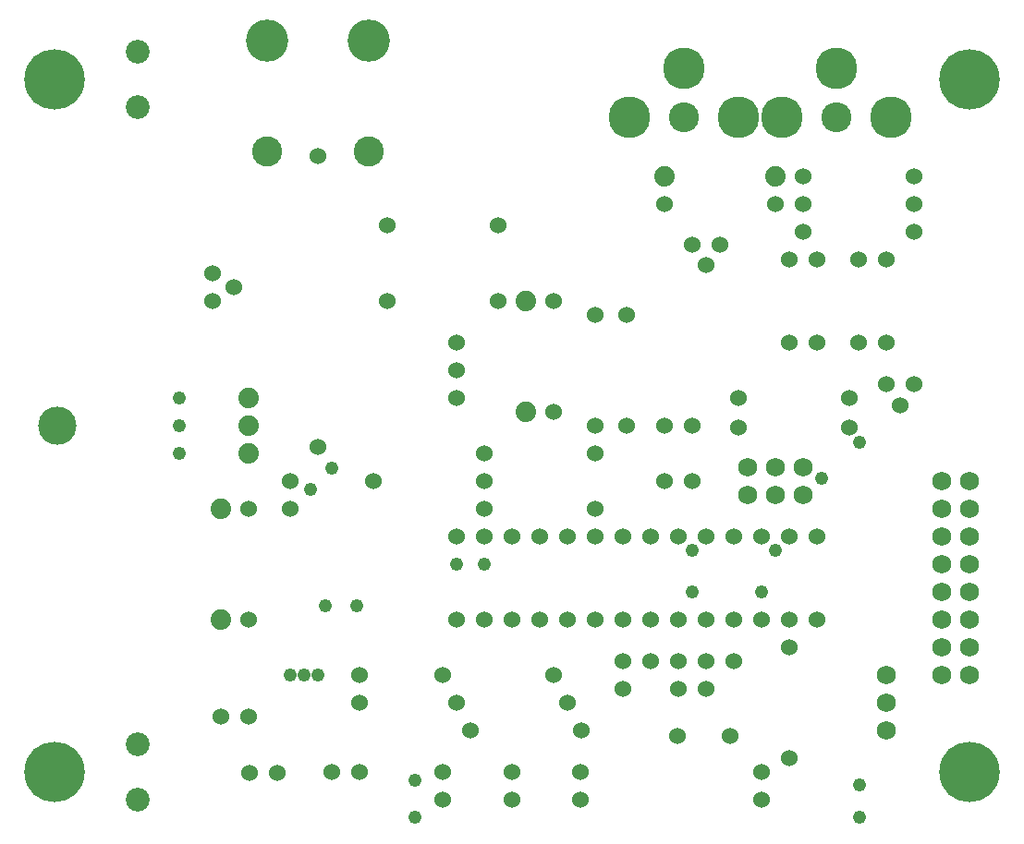
<source format=gbr>
G75*
G70*
%OFA0B0*%
%FSLAX24Y24*%
%IPPOS*%
%LPD*%
%AMOC8*
5,1,8,0,0,1.08239X$1,22.5*
%
%ADD10C,0.0600*%
%ADD11C,0.0740*%
%ADD12C,0.1380*%
%ADD13C,0.0680*%
%ADD14C,0.2180*%
%ADD15C,0.1084*%
%ADD16C,0.1504*%
%ADD17C,0.1520*%
%ADD18C,0.1085*%
%ADD19C,0.0860*%
%ADD20C,0.0480*%
D10*
X015343Y009842D03*
X016343Y009842D03*
X016368Y007817D03*
X017368Y007817D03*
X019343Y007842D03*
X020343Y007842D03*
X020343Y010342D03*
X020343Y011342D03*
X023343Y011342D03*
X023843Y010342D03*
X024343Y009342D03*
X023343Y007842D03*
X023343Y006842D03*
X025843Y006842D03*
X025843Y007842D03*
X028293Y007842D03*
X028293Y006842D03*
X028343Y009342D03*
X027843Y010342D03*
X027343Y011342D03*
X026843Y013342D03*
X025843Y013342D03*
X024843Y013342D03*
X023843Y013342D03*
X023843Y016342D03*
X024843Y016342D03*
X025843Y016342D03*
X026843Y016342D03*
X027843Y016342D03*
X028843Y016342D03*
X028843Y017342D03*
X029843Y016342D03*
X030843Y016342D03*
X031843Y016342D03*
X032843Y016342D03*
X033843Y016342D03*
X034843Y016342D03*
X035843Y016342D03*
X036843Y016342D03*
X036843Y013342D03*
X035843Y013342D03*
X034843Y013342D03*
X033843Y013342D03*
X032843Y013342D03*
X031843Y013342D03*
X030843Y013342D03*
X029843Y013342D03*
X028843Y013342D03*
X027843Y013342D03*
X029843Y011842D03*
X030843Y011842D03*
X031843Y011842D03*
X032843Y011842D03*
X033843Y011842D03*
X032843Y010842D03*
X031843Y010842D03*
X031818Y009167D03*
X033718Y009167D03*
X034843Y007842D03*
X034843Y006842D03*
X035843Y008342D03*
X035843Y012342D03*
X029843Y010842D03*
X024843Y017342D03*
X024843Y018342D03*
X024843Y019342D03*
X023843Y021342D03*
X023843Y022342D03*
X023843Y023342D03*
X025343Y024842D03*
X027343Y024842D03*
X028843Y024342D03*
X029968Y024342D03*
X032843Y026142D03*
X032343Y026892D03*
X033343Y026892D03*
X031343Y028342D03*
X035343Y028342D03*
X036343Y028342D03*
X036343Y027342D03*
X035843Y026342D03*
X036843Y026342D03*
X038343Y026342D03*
X039343Y026342D03*
X040343Y027342D03*
X040343Y028342D03*
X040343Y029342D03*
X036343Y029342D03*
X035843Y023342D03*
X036843Y023342D03*
X038343Y023342D03*
X039343Y023342D03*
X039343Y021842D03*
X039843Y021092D03*
X040343Y021842D03*
X038018Y021367D03*
X037993Y020292D03*
X034018Y021367D03*
X033993Y020292D03*
X032343Y020342D03*
X031343Y020342D03*
X029968Y020342D03*
X028843Y020342D03*
X028843Y019342D03*
X027343Y020842D03*
X031343Y018342D03*
X032343Y018342D03*
X025343Y027592D03*
X021343Y027592D03*
X018843Y030092D03*
X015043Y025842D03*
X015793Y025342D03*
X015043Y024842D03*
X021343Y024842D03*
X018843Y019592D03*
X017843Y018342D03*
X017843Y017342D03*
X016343Y017342D03*
X020843Y018342D03*
X016343Y013342D03*
D11*
X015343Y013342D03*
X015343Y017342D03*
X016343Y019342D03*
X016343Y020342D03*
X016343Y021342D03*
X026343Y020842D03*
X026343Y024842D03*
X031343Y029342D03*
X035343Y029342D03*
D12*
X009443Y020342D03*
D13*
X034343Y018842D03*
X034343Y017842D03*
X035343Y017842D03*
X035343Y018842D03*
X036343Y018842D03*
X036343Y017842D03*
X041343Y018342D03*
X041343Y017342D03*
X042343Y017342D03*
X042343Y018342D03*
X042343Y016342D03*
X041343Y016342D03*
X041343Y015342D03*
X041343Y014342D03*
X042343Y014342D03*
X042343Y015342D03*
X042343Y013342D03*
X041343Y013342D03*
X041343Y012342D03*
X042343Y012342D03*
X042343Y011342D03*
X041343Y011342D03*
X039343Y011342D03*
X039343Y010342D03*
X039343Y009342D03*
D14*
X009343Y007842D03*
X009343Y032842D03*
X042343Y032842D03*
X042343Y007842D03*
D15*
X037543Y031492D03*
X032043Y031492D03*
D16*
X030075Y031492D03*
X032043Y033263D03*
X034012Y031492D03*
X035575Y031492D03*
X037543Y033263D03*
X039512Y031492D03*
D17*
X020683Y034242D03*
X017013Y034242D03*
D18*
X017013Y030242D03*
X020683Y030242D03*
D19*
X012343Y031842D03*
X012343Y033842D03*
X012343Y008842D03*
X012343Y006842D03*
D20*
X017843Y011342D03*
X018343Y011342D03*
X018843Y011367D03*
X019093Y013842D03*
X020243Y013842D03*
X023843Y015342D03*
X024843Y015342D03*
X019343Y018817D03*
X018568Y018042D03*
X013843Y019342D03*
X013843Y020342D03*
X013843Y021342D03*
X022343Y007542D03*
X022343Y006217D03*
X032343Y014342D03*
X032343Y015842D03*
X034843Y014342D03*
X035343Y015842D03*
X037018Y018467D03*
X038368Y019742D03*
X038368Y007392D03*
X038368Y006217D03*
M02*

</source>
